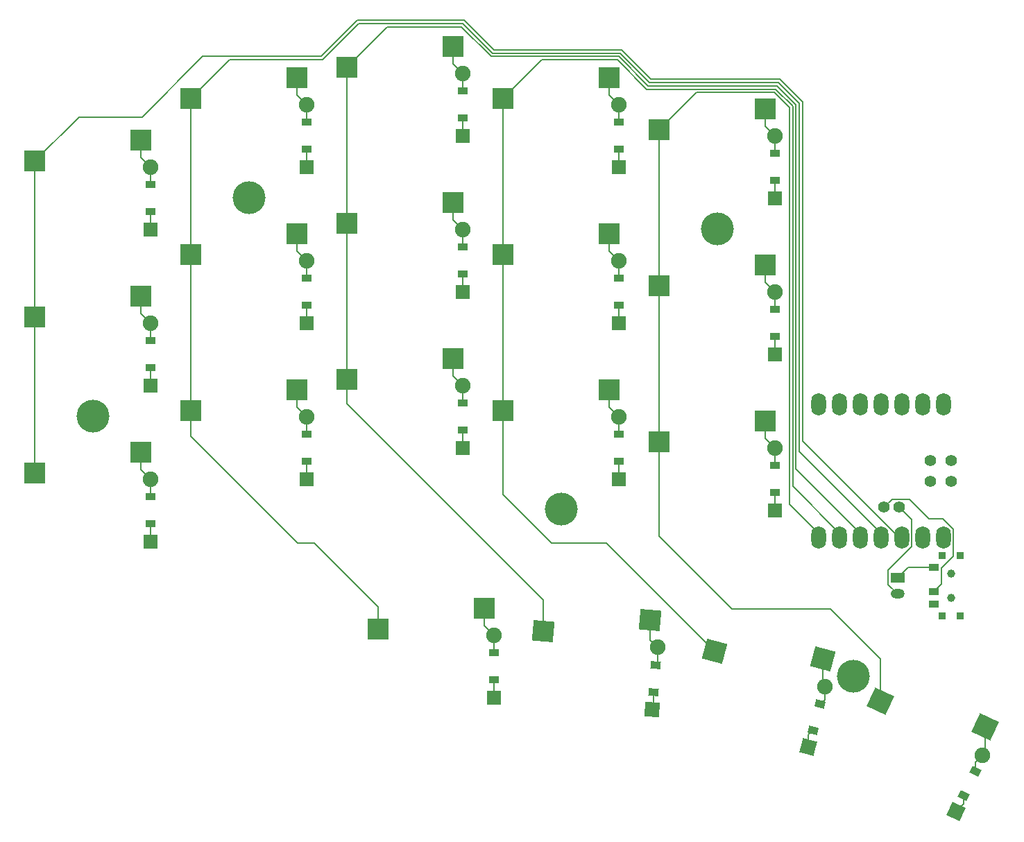
<source format=gbr>
%TF.GenerationSoftware,KiCad,Pcbnew,9.0.6*%
%TF.CreationDate,2026-01-03T00:52:00-08:00*%
%TF.ProjectId,pcb_left,7063625f-6c65-4667-942e-6b696361645f,4.2.1*%
%TF.SameCoordinates,Original*%
%TF.FileFunction,Copper,L2,Bot*%
%TF.FilePolarity,Positive*%
%FSLAX46Y46*%
G04 Gerber Fmt 4.6, Leading zero omitted, Abs format (unit mm)*
G04 Created by KiCad (PCBNEW 9.0.6) date 2026-01-03 00:52:00*
%MOMM*%
%LPD*%
G01*
G04 APERTURE LIST*
G04 Aperture macros list*
%AMRotRect*
0 Rectangle, with rotation*
0 The origin of the aperture is its center*
0 $1 length*
0 $2 width*
0 $3 Rotation angle, in degrees counterclockwise*
0 Add horizontal line*
21,1,$1,$2,0,0,$3*%
G04 Aperture macros list end*
%TA.AperFunction,SMDPad,CuDef*%
%ADD10R,0.900000X0.900000*%
%TD*%
%TA.AperFunction,WasherPad*%
%ADD11C,1.000000*%
%TD*%
%TA.AperFunction,SMDPad,CuDef*%
%ADD12R,1.250000X0.900000*%
%TD*%
%TA.AperFunction,ComponentPad*%
%ADD13R,1.778000X1.778000*%
%TD*%
%TA.AperFunction,SMDPad,CuDef*%
%ADD14R,1.200000X0.900000*%
%TD*%
%TA.AperFunction,ComponentPad*%
%ADD15C,1.905000*%
%TD*%
%TA.AperFunction,SMDPad,CuDef*%
%ADD16R,2.550000X2.500000*%
%TD*%
%TA.AperFunction,ComponentPad*%
%ADD17RotRect,1.778000X1.778000X65.000000*%
%TD*%
%TA.AperFunction,SMDPad,CuDef*%
%ADD18RotRect,0.900000X1.200000X65.000000*%
%TD*%
%TA.AperFunction,SMDPad,CuDef*%
%ADD19RotRect,2.550000X2.500000X355.000000*%
%TD*%
%TA.AperFunction,SMDPad,CuDef*%
%ADD20RotRect,2.550000X2.500000X345.000000*%
%TD*%
%TA.AperFunction,WasherPad*%
%ADD21C,4.000000*%
%TD*%
%TA.AperFunction,ComponentPad*%
%ADD22RotRect,1.778000X1.778000X85.000000*%
%TD*%
%TA.AperFunction,SMDPad,CuDef*%
%ADD23RotRect,0.900000X1.200000X85.000000*%
%TD*%
%TA.AperFunction,ComponentPad*%
%ADD24R,1.700000X1.200000*%
%TD*%
%TA.AperFunction,ComponentPad*%
%ADD25O,1.700000X1.200000*%
%TD*%
%TA.AperFunction,SMDPad,CuDef*%
%ADD26RotRect,2.550000X2.500000X335.000000*%
%TD*%
%TA.AperFunction,ComponentPad*%
%ADD27O,1.800000X2.750000*%
%TD*%
%TA.AperFunction,ComponentPad*%
%ADD28C,1.397000*%
%TD*%
%TA.AperFunction,ComponentPad*%
%ADD29RotRect,1.778000X1.778000X75.000000*%
%TD*%
%TA.AperFunction,SMDPad,CuDef*%
%ADD30RotRect,0.900000X1.200000X75.000000*%
%TD*%
%TA.AperFunction,Conductor*%
%ADD31C,0.200000*%
%TD*%
G04 APERTURE END LIST*
D10*
%TO.P,T1,*%
%TO.N,*%
X185800000Y-157490000D03*
X183600000Y-157490000D03*
D11*
X184700000Y-159690000D03*
X184700000Y-162690000D03*
D10*
X185800000Y-164890000D03*
X183600000Y-164890000D03*
D12*
%TO.P,T1,1*%
%TO.N,pos*%
X182625000Y-158940000D03*
%TO.P,T1,2*%
%TO.N,RAW*%
X182625000Y-161940000D03*
%TO.P,T1,3*%
%TO.N,N/C*%
X182625000Y-163440000D03*
%TD*%
D13*
%TO.P,D1,1*%
%TO.N,P8*%
X87000000Y-155810000D03*
D14*
X87000000Y-153650000D03*
%TO.P,D1,2*%
%TO.N,c1_r1*%
X87000000Y-150350000D03*
D15*
X87000000Y-148190000D03*
%TD*%
D13*
%TO.P,D16,1*%
%TO.N,P7*%
X128910000Y-174860000D03*
D14*
X128910000Y-172700000D03*
%TO.P,D16,2*%
%TO.N,t1_r*%
X128910000Y-169400000D03*
D15*
X128910000Y-167240000D03*
%TD*%
D13*
%TO.P,D12,1*%
%TO.N,P10*%
X144150000Y-110090000D03*
D14*
X144150000Y-107930000D03*
%TO.P,D12,2*%
%TO.N,c4_r3*%
X144150000Y-104630000D03*
D15*
X144150000Y-102470000D03*
%TD*%
D16*
%TO.P,S10,1*%
%TO.N,P5*%
X130065000Y-139840000D03*
%TO.P,S10,2*%
%TO.N,c4_r1*%
X142992000Y-137300000D03*
%TD*%
D13*
%TO.P,D5,1*%
%TO.N,P9*%
X106050000Y-129140000D03*
D14*
X106050000Y-126980000D03*
%TO.P,D5,2*%
%TO.N,c2_r2*%
X106050000Y-123680000D03*
D15*
X106050000Y-121520000D03*
%TD*%
D13*
%TO.P,D2,1*%
%TO.N,P9*%
X87000000Y-136760000D03*
D14*
X87000000Y-134600000D03*
%TO.P,D2,2*%
%TO.N,c1_r2*%
X87000000Y-131300000D03*
D15*
X87000000Y-129140000D03*
%TD*%
D13*
%TO.P,D11,1*%
%TO.N,P9*%
X144150000Y-129140000D03*
D14*
X144150000Y-126980000D03*
%TO.P,D11,2*%
%TO.N,c4_r2*%
X144150000Y-123680000D03*
D15*
X144150000Y-121520000D03*
%TD*%
D16*
%TO.P,S12,1*%
%TO.N,P5*%
X130065000Y-101740000D03*
%TO.P,S12,2*%
%TO.N,c4_r3*%
X142992000Y-99200000D03*
%TD*%
D17*
%TO.P,D19,1*%
%TO.N,P7*%
X185360159Y-188782653D03*
D18*
X186273015Y-186825028D03*
%TO.P,D19,2*%
%TO.N,t4_r*%
X187667655Y-183834212D03*
D15*
X188580511Y-181876587D03*
%TD*%
D16*
%TO.P,S1,1*%
%TO.N,P2*%
X72915000Y-147460000D03*
%TO.P,S1,2*%
%TO.N,c1_r1*%
X85842000Y-144920000D03*
%TD*%
D13*
%TO.P,D8,1*%
%TO.N,P9*%
X125100000Y-125330000D03*
D14*
X125100000Y-123170000D03*
%TO.P,D8,2*%
%TO.N,c3_r2*%
X125100000Y-119870000D03*
D15*
X125100000Y-117710000D03*
%TD*%
D13*
%TO.P,D9,1*%
%TO.N,P10*%
X125100000Y-106280000D03*
D14*
X125100000Y-104120000D03*
%TO.P,D9,2*%
%TO.N,c3_r3*%
X125100000Y-100820000D03*
D15*
X125100000Y-98660000D03*
%TD*%
D16*
%TO.P,S16,1*%
%TO.N,P3*%
X114825000Y-166510000D03*
%TO.P,S16,2*%
%TO.N,t1_r*%
X127752000Y-163970000D03*
%TD*%
D19*
%TO.P,S17,1*%
%TO.N,P4*%
X134917249Y-166768571D03*
%TO.P,S17,2*%
%TO.N,t2_r*%
X148016434Y-165364899D03*
%TD*%
D20*
%TO.P,S18,1*%
%TO.N,P5*%
X155892020Y-169212940D03*
%TO.P,S18,2*%
%TO.N,t3_r*%
X169035943Y-170105243D03*
%TD*%
D13*
%TO.P,D10,1*%
%TO.N,P8*%
X144150000Y-148190000D03*
D14*
X144150000Y-146030000D03*
%TO.P,D10,2*%
%TO.N,c4_r1*%
X144150000Y-142730000D03*
D15*
X144150000Y-140570000D03*
%TD*%
D16*
%TO.P,S8,1*%
%TO.N,P4*%
X111015000Y-116980000D03*
%TO.P,S8,2*%
%TO.N,c3_r2*%
X123942000Y-114440000D03*
%TD*%
%TO.P,S7,1*%
%TO.N,P4*%
X111015000Y-136030000D03*
%TO.P,S7,2*%
%TO.N,c3_r1*%
X123942000Y-133490000D03*
%TD*%
%TO.P,S6,1*%
%TO.N,P3*%
X91965000Y-101740000D03*
%TO.P,S6,2*%
%TO.N,c2_r3*%
X104892000Y-99200000D03*
%TD*%
D21*
%TO.P,,*%
%TO.N,*%
X137150000Y-151880000D03*
%TD*%
D22*
%TO.P,D17,1*%
%TO.N,P7*%
X148220901Y-176314386D03*
D23*
X148409157Y-174162605D03*
%TO.P,D17,2*%
%TO.N,t2_r*%
X148696771Y-170875163D03*
D15*
X148885027Y-168723382D03*
%TD*%
D16*
%TO.P,S9,1*%
%TO.N,P4*%
X111015000Y-97930000D03*
%TO.P,S9,2*%
%TO.N,c3_r3*%
X123942000Y-95390000D03*
%TD*%
D24*
%TO.P,JST1,1*%
%TO.N,pos*%
X178200000Y-160190000D03*
D25*
%TO.P,JST1,2*%
%TO.N,GND*%
X178200000Y-162190000D03*
%TD*%
D26*
%TO.P,S19,1*%
%TO.N,P6*%
X176123677Y-175262405D03*
%TO.P,S19,2*%
%TO.N,t4_r*%
X188912968Y-178423569D03*
%TD*%
D13*
%TO.P,D6,1*%
%TO.N,P10*%
X106050000Y-110090000D03*
D14*
X106050000Y-107930000D03*
%TO.P,D6,2*%
%TO.N,c2_r3*%
X106050000Y-104630000D03*
D15*
X106050000Y-102470000D03*
%TD*%
D16*
%TO.P,S11,1*%
%TO.N,P5*%
X130065000Y-120790000D03*
%TO.P,S11,2*%
%TO.N,c4_r2*%
X142992000Y-118250000D03*
%TD*%
D13*
%TO.P,D15,1*%
%TO.N,P10*%
X163200000Y-113900000D03*
D14*
X163200000Y-111740000D03*
%TO.P,D15,2*%
%TO.N,c5_r3*%
X163200000Y-108440000D03*
D15*
X163200000Y-106280000D03*
%TD*%
D13*
%TO.P,D7,1*%
%TO.N,P8*%
X125100000Y-144380000D03*
D14*
X125100000Y-142220000D03*
%TO.P,D7,2*%
%TO.N,c3_r1*%
X125100000Y-138920000D03*
D15*
X125100000Y-136760000D03*
%TD*%
D16*
%TO.P,S3,1*%
%TO.N,P2*%
X72915000Y-109360000D03*
%TO.P,S3,2*%
%TO.N,c1_r3*%
X85842000Y-106820000D03*
%TD*%
D13*
%TO.P,D3,1*%
%TO.N,P10*%
X87000000Y-117710000D03*
D14*
X87000000Y-115550000D03*
%TO.P,D3,2*%
%TO.N,c1_r3*%
X87000000Y-112250000D03*
D15*
X87000000Y-110090000D03*
%TD*%
D13*
%TO.P,D13,1*%
%TO.N,P8*%
X163200000Y-152000000D03*
D14*
X163200000Y-149840000D03*
%TO.P,D13,2*%
%TO.N,c5_r1*%
X163200000Y-146540000D03*
D15*
X163200000Y-144380000D03*
%TD*%
D21*
%TO.P,,*%
%TO.N,*%
X80000000Y-140500000D03*
%TD*%
%TO.P,,*%
%TO.N,*%
X99050000Y-113830000D03*
%TD*%
D16*
%TO.P,S14,1*%
%TO.N,P6*%
X149115000Y-124600000D03*
%TO.P,S14,2*%
%TO.N,c5_r2*%
X162042000Y-122060000D03*
%TD*%
%TO.P,S4,1*%
%TO.N,P3*%
X91965000Y-139840000D03*
%TO.P,S4,2*%
%TO.N,c2_r1*%
X104892000Y-137300000D03*
%TD*%
D13*
%TO.P,D4,1*%
%TO.N,P8*%
X106050000Y-148190000D03*
D14*
X106050000Y-146030000D03*
%TO.P,D4,2*%
%TO.N,c2_r1*%
X106050000Y-142730000D03*
D15*
X106050000Y-140570000D03*
%TD*%
D13*
%TO.P,D14,1*%
%TO.N,P9*%
X163200000Y-132950000D03*
D14*
X163200000Y-130790000D03*
%TO.P,D14,2*%
%TO.N,c5_r2*%
X163200000Y-127490000D03*
D15*
X163200000Y-125330000D03*
%TD*%
D27*
%TO.P,_1,1*%
%TO.N,VCC5*%
X183820000Y-139095000D03*
%TO.P,_1,2*%
%TO.N,GND*%
X181280000Y-139095000D03*
%TO.P,_1,3*%
%TO.N,VCC3*%
X178740000Y-139095000D03*
%TO.P,_1,4*%
%TO.N,P10*%
X176200000Y-139095000D03*
%TO.P,_1,5*%
%TO.N,P9*%
X173660000Y-139095000D03*
%TO.P,_1,6*%
%TO.N,P8*%
X171120000Y-139095000D03*
%TO.P,_1,7*%
%TO.N,P7*%
X168580000Y-139095000D03*
D28*
%TO.P,_1,8*%
%TO.N,CLK*%
X184772000Y-145920000D03*
%TO.P,_1,9*%
%TO.N,GND*%
X182232000Y-145920000D03*
D27*
%TO.P,_1,12*%
%TO.N,P6*%
X168580000Y-155285000D03*
%TO.P,_1,13*%
%TO.N,P5*%
X171120000Y-155285000D03*
%TO.P,_1,14*%
%TO.N,P4*%
X173660000Y-155285000D03*
%TO.P,_1,15*%
%TO.N,P3*%
X176200000Y-155285000D03*
%TO.P,_1,16*%
%TO.N,P2*%
X178740000Y-155285000D03*
%TO.P,_1,17*%
%TO.N,P1*%
X181280000Y-155285000D03*
%TO.P,_1,18*%
%TO.N,P0*%
X183820000Y-155285000D03*
D28*
%TO.P,_1,19*%
%TO.N,DIO*%
X184772000Y-148460000D03*
%TO.P,_1,20*%
%TO.N,RST*%
X182232000Y-148460000D03*
%TO.P,_1,21*%
%TO.N,RAW*%
X176517000Y-151635000D03*
%TO.P,_1,22*%
%TO.N,GND*%
X178422000Y-151635000D03*
%TD*%
D16*
%TO.P,S2,1*%
%TO.N,P2*%
X72915000Y-128410000D03*
%TO.P,S2,2*%
%TO.N,c1_r2*%
X85842000Y-125870000D03*
%TD*%
%TO.P,S15,1*%
%TO.N,P6*%
X149115000Y-105550000D03*
%TO.P,S15,2*%
%TO.N,c5_r3*%
X162042000Y-103010000D03*
%TD*%
D21*
%TO.P,,*%
%TO.N,*%
X156200000Y-117640000D03*
%TD*%
D16*
%TO.P,S13,1*%
%TO.N,P6*%
X149115000Y-143650000D03*
%TO.P,S13,2*%
%TO.N,c5_r1*%
X162042000Y-141110000D03*
%TD*%
D21*
%TO.P,,*%
%TO.N,*%
X172772738Y-172224612D03*
%TD*%
D16*
%TO.P,S5,1*%
%TO.N,P3*%
X91965000Y-120790000D03*
%TO.P,S5,2*%
%TO.N,c2_r2*%
X104892000Y-118250000D03*
%TD*%
D29*
%TO.P,D18,1*%
%TO.N,P7*%
X167335945Y-180923887D03*
D30*
X167894997Y-178837488D03*
%TO.P,D18,2*%
%TO.N,t3_r*%
X168749097Y-175649932D03*
D15*
X169308149Y-173563533D03*
%TD*%
D31*
%TO.N,P2*%
X107833900Y-96599000D02*
X112234900Y-92198000D01*
X163823400Y-99396000D02*
X166604000Y-102176600D01*
X166604000Y-143515530D02*
X177898470Y-154810000D01*
X72915000Y-128410000D02*
X72915000Y-147460000D01*
X78275000Y-104000000D02*
X86000000Y-104000000D01*
X72915000Y-109360000D02*
X72915000Y-128410000D01*
X166604000Y-102176600D02*
X166604000Y-143515530D01*
X148097300Y-99396000D02*
X163823400Y-99396000D01*
X112234900Y-92198000D02*
X125332200Y-92198000D01*
X144498300Y-95797000D02*
X148097300Y-99396000D01*
X93401000Y-96599000D02*
X107833900Y-96599000D01*
X125332200Y-92198000D02*
X128931200Y-95797000D01*
X72915000Y-109360000D02*
X78275000Y-104000000D01*
X128931200Y-95797000D02*
X144498300Y-95797000D01*
X177898470Y-154810000D02*
X178740000Y-154810000D01*
X86000000Y-104000000D02*
X93401000Y-96599000D01*
%TO.N,c1_r1*%
X87000000Y-148190000D02*
X87000000Y-150350000D01*
X85842000Y-147032000D02*
X87000000Y-148190000D01*
X85842000Y-144920000D02*
X85842000Y-147032000D01*
%TO.N,c1_r2*%
X85842000Y-125870000D02*
X85842000Y-127982000D01*
X87000000Y-129140000D02*
X87000000Y-131300000D01*
X85842000Y-127982000D02*
X87000000Y-129140000D01*
%TO.N,c1_r3*%
X87000000Y-110090000D02*
X87000000Y-112250000D01*
X85842000Y-106820000D02*
X85842000Y-108932000D01*
X85842000Y-108932000D02*
X87000000Y-110090000D01*
%TO.N,P3*%
X144332200Y-96198000D02*
X147931200Y-99797000D01*
X112401000Y-92599000D02*
X125166100Y-92599000D01*
X91965000Y-120790000D02*
X91965000Y-139840000D01*
X163657300Y-99797000D02*
X166203000Y-102342700D01*
X91965000Y-101740000D02*
X96705000Y-97000000D01*
X91965000Y-101740000D02*
X91965000Y-120790000D01*
X114825000Y-166510000D02*
X114825000Y-163825000D01*
X114825000Y-163825000D02*
X107000000Y-156000000D01*
X108000000Y-97000000D02*
X112401000Y-92599000D01*
X96705000Y-97000000D02*
X108000000Y-97000000D01*
X125166100Y-92599000D02*
X128765100Y-96198000D01*
X147931200Y-99797000D02*
X163657300Y-99797000D01*
X166203000Y-102342700D02*
X166203000Y-144813000D01*
X91965000Y-142965000D02*
X91965000Y-139840000D01*
X107000000Y-156000000D02*
X105000000Y-156000000D01*
X128765100Y-96198000D02*
X144332200Y-96198000D01*
X105000000Y-156000000D02*
X91965000Y-142965000D01*
X166203000Y-144813000D02*
X176200000Y-154810000D01*
%TO.N,c2_r1*%
X104892000Y-137300000D02*
X104892000Y-139412000D01*
X106050000Y-140570000D02*
X106050000Y-142730000D01*
X104892000Y-139412000D02*
X106050000Y-140570000D01*
%TO.N,c2_r2*%
X106050000Y-121520000D02*
X106050000Y-123680000D01*
X104892000Y-120362000D02*
X106050000Y-121520000D01*
X104892000Y-118250000D02*
X104892000Y-120362000D01*
%TO.N,c2_r3*%
X104892000Y-99200000D02*
X104892000Y-101312000D01*
X104892000Y-101312000D02*
X106050000Y-102470000D01*
X106050000Y-102470000D02*
X106050000Y-104630000D01*
%TO.N,P4*%
X115945000Y-93000000D02*
X125000000Y-93000000D01*
X165802000Y-146952000D02*
X173660000Y-154810000D01*
X111015000Y-136030000D02*
X111015000Y-139015000D01*
X111015000Y-97930000D02*
X111015000Y-116980000D01*
X144166100Y-96599000D02*
X147765100Y-100198000D01*
X111015000Y-97930000D02*
X115945000Y-93000000D01*
X128599000Y-96599000D02*
X144166100Y-96599000D01*
X147765100Y-100198000D02*
X163491200Y-100198000D01*
X165802000Y-102508800D02*
X165802000Y-146952000D01*
X125000000Y-93000000D02*
X128599000Y-96599000D01*
X163491200Y-100198000D02*
X165802000Y-102508800D01*
X134917249Y-162917249D02*
X134917249Y-166768571D01*
X111015000Y-116980000D02*
X111015000Y-136030000D01*
X111015000Y-139015000D02*
X134917249Y-162917249D01*
%TO.N,c3_r1*%
X123942000Y-135602000D02*
X125100000Y-136760000D01*
X123942000Y-133490000D02*
X123942000Y-135602000D01*
X125100000Y-136760000D02*
X125100000Y-138920000D01*
%TO.N,c3_r2*%
X123942000Y-116552000D02*
X125100000Y-117710000D01*
X123942000Y-114440000D02*
X123942000Y-116552000D01*
X125100000Y-117710000D02*
X125100000Y-119870000D01*
%TO.N,c3_r3*%
X123942000Y-95390000D02*
X123942000Y-97502000D01*
X123942000Y-97502000D02*
X125100000Y-98660000D01*
X125100000Y-98660000D02*
X125100000Y-100820000D01*
%TO.N,P5*%
X134805000Y-97000000D02*
X144000000Y-97000000D01*
X163325100Y-100599000D02*
X165401000Y-102674900D01*
X136000000Y-156000000D02*
X142679080Y-156000000D01*
X130065000Y-150065000D02*
X136000000Y-156000000D01*
X130065000Y-139840000D02*
X130065000Y-150065000D01*
X130065000Y-139840000D02*
X130065000Y-120790000D01*
X165401000Y-149091000D02*
X171120000Y-154810000D01*
X165401000Y-102674900D02*
X165401000Y-149091000D01*
X147599000Y-100599000D02*
X163325100Y-100599000D01*
X144000000Y-97000000D02*
X147599000Y-100599000D01*
X142679080Y-156000000D02*
X155892020Y-169212940D01*
X130065000Y-101740000D02*
X134805000Y-97000000D01*
X130065000Y-120790000D02*
X130065000Y-101740000D01*
%TO.N,c4_r1*%
X144150000Y-140570000D02*
X144150000Y-142730000D01*
X142992000Y-139412000D02*
X144150000Y-140570000D01*
X142992000Y-137300000D02*
X142992000Y-139412000D01*
%TO.N,c4_r2*%
X142992000Y-118250000D02*
X142992000Y-120362000D01*
X142992000Y-120362000D02*
X144150000Y-121520000D01*
X144150000Y-121520000D02*
X144150000Y-123680000D01*
%TO.N,c4_r3*%
X144150000Y-102470000D02*
X144150000Y-104630000D01*
X142992000Y-99200000D02*
X142992000Y-101312000D01*
X142992000Y-101312000D02*
X144150000Y-102470000D01*
%TO.N,P6*%
X149115000Y-105550000D02*
X149115000Y-124600000D01*
X149115000Y-143650000D02*
X149115000Y-155115000D01*
X170000000Y-164000000D02*
X176123677Y-170123677D01*
X158000000Y-164000000D02*
X170000000Y-164000000D01*
X163159000Y-101000000D02*
X165000000Y-102841000D01*
X149115000Y-105550000D02*
X153665000Y-101000000D01*
X153665000Y-101000000D02*
X163159000Y-101000000D01*
X176123677Y-170123677D02*
X176123677Y-175262405D01*
X165000000Y-102841000D02*
X165000000Y-151230000D01*
X149115000Y-155115000D02*
X158000000Y-164000000D01*
X165000000Y-151230000D02*
X168580000Y-154810000D01*
X149115000Y-124600000D02*
X149115000Y-143650000D01*
%TO.N,c5_r1*%
X163200000Y-144380000D02*
X163200000Y-146540000D01*
X162042000Y-143222000D02*
X163200000Y-144380000D01*
X162042000Y-141110000D02*
X162042000Y-143222000D01*
%TO.N,c5_r2*%
X162042000Y-124172000D02*
X163200000Y-125330000D01*
X162042000Y-122060000D02*
X162042000Y-124172000D01*
X163200000Y-125330000D02*
X163200000Y-127490000D01*
%TO.N,c5_r3*%
X163200000Y-106280000D02*
X163200000Y-108440000D01*
X162042000Y-105122000D02*
X163200000Y-106280000D01*
X162042000Y-103010000D02*
X162042000Y-105122000D01*
%TO.N,t1_r*%
X127752000Y-163970000D02*
X127752000Y-166082000D01*
X127752000Y-166082000D02*
X128910000Y-167240000D01*
X128910000Y-167240000D02*
X128910000Y-169400000D01*
%TO.N,t2_r*%
X148885027Y-168723382D02*
X148885027Y-170686907D01*
X148016434Y-165364899D02*
X148016434Y-167854789D01*
X148885027Y-170686907D02*
X148696771Y-170875163D01*
X148016434Y-167854789D02*
X148885027Y-168723382D01*
%TO.N,t3_r*%
X169308148Y-175090882D02*
X168749098Y-175649932D01*
X169035943Y-173291328D02*
X169308148Y-173563533D01*
X169308148Y-173563533D02*
X169308148Y-175090882D01*
X169035943Y-170105243D02*
X169035943Y-173291328D01*
%TO.N,t4_r*%
X188580511Y-181876587D02*
X187667655Y-182789443D01*
X188912968Y-181544130D02*
X188580511Y-181876587D01*
X188912968Y-178423569D02*
X188912968Y-181544130D01*
X187667655Y-182789443D02*
X187667655Y-183834212D01*
%TO.N,pos*%
X179450000Y-158940000D02*
X178200000Y-160190000D01*
X182625000Y-158940000D02*
X179450000Y-158940000D01*
%TO.N,RAW*%
X185021000Y-157571000D02*
X185021000Y-154312530D01*
X183551000Y-161014000D02*
X183551000Y-159041000D01*
X183708470Y-153000000D02*
X182000000Y-153000000D01*
X179635500Y-150635500D02*
X177516500Y-150635500D01*
X182000000Y-153000000D02*
X179635500Y-150635500D01*
X177516500Y-150635500D02*
X176517000Y-151635000D01*
X185021000Y-154312530D02*
X183708470Y-153000000D01*
X182625000Y-161940000D02*
X183551000Y-161014000D01*
X183551000Y-159041000D02*
X185021000Y-157571000D01*
%TO.N,P8*%
X125100000Y-142220000D02*
X125100000Y-144380000D01*
X163200000Y-149840000D02*
X163200000Y-152000000D01*
X144150000Y-146030000D02*
X144150000Y-148190000D01*
X87000000Y-155810000D02*
X87000000Y-153650000D01*
X106050000Y-146030000D02*
X106050000Y-148190000D01*
%TO.N,P9*%
X144150000Y-129140000D02*
X144150000Y-126980000D01*
X87000000Y-134600000D02*
X87000000Y-136760000D01*
X106050000Y-126980000D02*
X106050000Y-129140000D01*
X125100000Y-123170000D02*
X125100000Y-125330000D01*
X163200000Y-132950000D02*
X163200000Y-130790000D01*
%TO.N,P10*%
X144150000Y-107930000D02*
X144150000Y-110090000D01*
X163200000Y-111740000D02*
X163200000Y-113900000D01*
X87000000Y-115550000D02*
X87000000Y-117710000D01*
X125100000Y-106280000D02*
X125100000Y-104120000D01*
X106050000Y-110090000D02*
X106050000Y-107930000D01*
%TO.N,P7*%
X167335946Y-180923887D02*
X167335946Y-179396538D01*
X167335946Y-179396538D02*
X167894996Y-178837488D01*
X186273015Y-186825028D02*
X186273015Y-187869797D01*
X148409157Y-176126130D02*
X148220901Y-176314386D01*
X186273015Y-187869797D02*
X185360159Y-188782653D01*
X128910000Y-172700000D02*
X128910000Y-174860000D01*
X148409157Y-174162605D02*
X148409157Y-176126130D01*
%TO.N,GND*%
X178200000Y-162190000D02*
X177049000Y-161039000D01*
X179941000Y-153154000D02*
X178422000Y-151635000D01*
X177049000Y-161039000D02*
X177049000Y-159289000D01*
X179941000Y-156397000D02*
X179941000Y-153154000D01*
X177049000Y-159289000D02*
X179941000Y-156397000D01*
%TD*%
M02*

</source>
